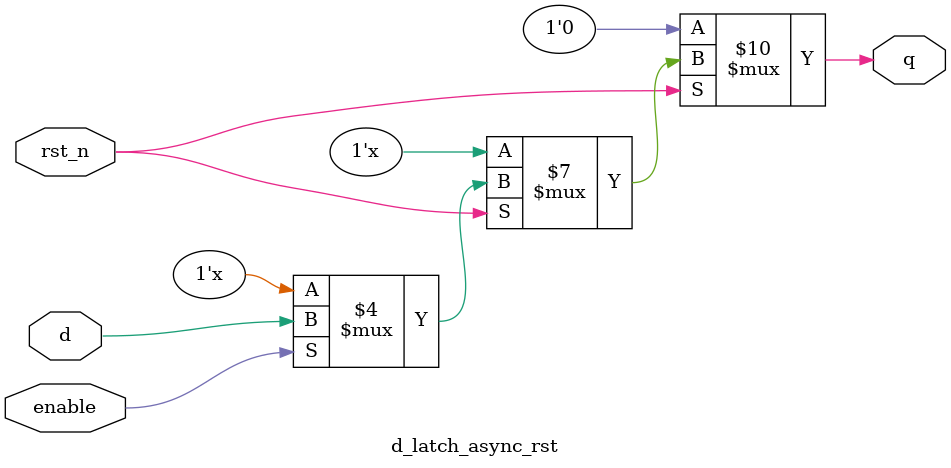
<source format=sv>
module d_latch_async_rst (
    input wire d,
    input wire enable,
    input wire rst_n,    // Active low reset
    output reg q
);
    always @* begin
        if (!rst_n)
            q = 1'b0;
        else if (enable)
            q = d;
    end
endmodule
</source>
